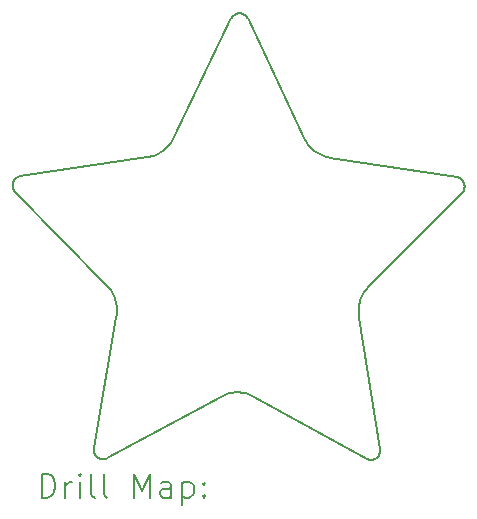
<source format=gbr>
%FSLAX45Y45*%
G04 Gerber Fmt 4.5, Leading zero omitted, Abs format (unit mm)*
G04 Created by KiCad (PCBNEW (6.0.4-0)) date 2022-05-03 21:37:51*
%MOMM*%
%LPD*%
G01*
G04 APERTURE LIST*
%TA.AperFunction,Profile*%
%ADD10C,0.200000*%
%TD*%
%ADD11C,0.200000*%
G04 APERTURE END LIST*
D10*
X12713854Y-5729777D02*
X12719262Y-5730387D01*
X12724575Y-5731381D01*
X12729776Y-5732749D01*
X12734848Y-5734479D01*
X12739776Y-5736562D01*
X12744543Y-5738986D01*
X12749133Y-5741740D01*
X12753528Y-5744815D01*
X12757713Y-5748199D01*
X12761670Y-5751882D01*
X12765384Y-5755853D01*
X12768837Y-5760101D01*
X12772014Y-5764615D01*
X12774898Y-5769385D01*
X12777472Y-5774400D01*
X13251706Y-6783138D01*
X13260220Y-6799916D01*
X13269647Y-6816011D01*
X13279948Y-6831392D01*
X13291082Y-6846029D01*
X13303010Y-6859892D01*
X13315692Y-6872951D01*
X13329088Y-6885174D01*
X13343158Y-6896533D01*
X13357862Y-6906997D01*
X13373160Y-6916535D01*
X13389012Y-6925117D01*
X13405379Y-6932713D01*
X13422220Y-6939293D01*
X13439496Y-6944826D01*
X13457167Y-6949283D01*
X13475192Y-6952632D01*
X14547586Y-7116876D01*
X14552983Y-7117906D01*
X14558247Y-7119316D01*
X14563364Y-7121091D01*
X14568318Y-7123220D01*
X14573096Y-7125689D01*
X14577681Y-7128485D01*
X14582059Y-7131595D01*
X14586216Y-7135007D01*
X14590137Y-7138706D01*
X14593806Y-7142680D01*
X14597209Y-7146916D01*
X14600331Y-7151400D01*
X14603157Y-7156121D01*
X14605673Y-7161064D01*
X14607863Y-7166216D01*
X14609713Y-7171565D01*
X14611193Y-7177038D01*
X14612286Y-7182556D01*
X14612997Y-7188101D01*
X14613331Y-7193652D01*
X14613293Y-7199190D01*
X14612887Y-7204696D01*
X14612119Y-7210150D01*
X14610993Y-7215532D01*
X14609513Y-7220823D01*
X14607686Y-7226002D01*
X14605514Y-7231052D01*
X14603004Y-7235951D01*
X14600160Y-7240680D01*
X14596986Y-7245220D01*
X14593488Y-7249551D01*
X14589671Y-7253654D01*
X13808519Y-8035977D01*
X13795718Y-8049606D01*
X13783823Y-8063921D01*
X13772850Y-8078875D01*
X13762815Y-8094416D01*
X13753734Y-8110499D01*
X13745621Y-8127072D01*
X13738494Y-8144088D01*
X13732366Y-8161498D01*
X13727254Y-8179253D01*
X13723173Y-8197304D01*
X13720140Y-8215603D01*
X13718168Y-8234101D01*
X13717275Y-8252749D01*
X13717476Y-8271498D01*
X13718786Y-8290299D01*
X13721220Y-8309105D01*
X13898225Y-9416956D01*
X13898929Y-9422595D01*
X13899244Y-9428221D01*
X13899178Y-9433817D01*
X13898738Y-9439363D01*
X13897932Y-9444841D01*
X13896766Y-9450232D01*
X13895249Y-9455518D01*
X13893388Y-9460679D01*
X13891190Y-9465697D01*
X13888663Y-9470553D01*
X13885815Y-9475229D01*
X13882652Y-9479706D01*
X13879182Y-9483965D01*
X13875413Y-9487987D01*
X13871352Y-9491754D01*
X13867006Y-9495248D01*
X13862435Y-9498415D01*
X13857702Y-9501216D01*
X13852829Y-9503649D01*
X13847835Y-9505712D01*
X13842738Y-9507404D01*
X13837560Y-9508725D01*
X13832318Y-9509671D01*
X13827032Y-9510243D01*
X13821723Y-9510438D01*
X13816408Y-9510255D01*
X13811109Y-9509693D01*
X13805844Y-9508750D01*
X13800632Y-9507425D01*
X13795494Y-9505716D01*
X13790449Y-9503623D01*
X13785515Y-9501143D01*
X13785515Y-9501143D01*
X13785515Y-9501143D01*
X13785515Y-9501143D01*
X13785515Y-9501143D01*
X13785515Y-9501143D01*
X13785515Y-9501143D01*
X13785516Y-9501143D01*
X12828503Y-8975908D01*
X12812077Y-8967553D01*
X12795299Y-8960305D01*
X12778217Y-8954166D01*
X12760880Y-8949134D01*
X12743340Y-8945210D01*
X12725644Y-8942395D01*
X12707843Y-8940687D01*
X12689987Y-8940089D01*
X12672123Y-8940598D01*
X12654303Y-8942217D01*
X12636576Y-8944944D01*
X12618991Y-8948780D01*
X12601598Y-8953725D01*
X12584446Y-8959779D01*
X12567585Y-8966943D01*
X12551064Y-8975215D01*
X11588064Y-9495661D01*
X11583103Y-9498116D01*
X11578033Y-9500185D01*
X11572876Y-9501867D01*
X11567649Y-9503166D01*
X11562373Y-9504083D01*
X11557068Y-9504618D01*
X11551752Y-9504775D01*
X11546444Y-9504553D01*
X11541166Y-9503955D01*
X11535935Y-9502983D01*
X11530771Y-9501637D01*
X11525694Y-9499919D01*
X11520724Y-9497831D01*
X11515879Y-9495374D01*
X11511179Y-9492550D01*
X11506643Y-9489360D01*
X11504455Y-9487637D01*
X11502338Y-9485845D01*
X11500293Y-9483984D01*
X11498320Y-9482057D01*
X11494597Y-9478016D01*
X11491176Y-9473740D01*
X11488065Y-9469248D01*
X11485269Y-9464558D01*
X11482798Y-9459689D01*
X11480658Y-9454660D01*
X11478856Y-9449490D01*
X11477400Y-9444197D01*
X11476296Y-9438801D01*
X11475552Y-9433319D01*
X11475175Y-9427770D01*
X11475173Y-9422174D01*
X11475553Y-9416550D01*
X11475888Y-9413732D01*
X11476322Y-9410914D01*
X11666007Y-8303978D01*
X11668657Y-8285185D01*
X11670182Y-8266390D01*
X11670597Y-8247643D01*
X11669917Y-8228991D01*
X11668158Y-8210484D01*
X11665334Y-8192171D01*
X11661460Y-8174100D01*
X11656552Y-8156320D01*
X11650624Y-8138880D01*
X11643691Y-8121828D01*
X11635769Y-8105215D01*
X11626872Y-8089088D01*
X11617015Y-8073497D01*
X11606214Y-8058489D01*
X11594483Y-8044115D01*
X11581838Y-8030422D01*
X10809667Y-7244224D01*
X10805897Y-7240103D01*
X10802449Y-7235754D01*
X10799327Y-7231198D01*
X10796537Y-7226455D01*
X10794083Y-7221543D01*
X10791969Y-7216483D01*
X10790201Y-7211295D01*
X10788782Y-7205997D01*
X10787717Y-7200609D01*
X10787011Y-7195152D01*
X10786669Y-7189644D01*
X10786694Y-7184106D01*
X10787092Y-7178556D01*
X10787867Y-7173015D01*
X10789023Y-7167503D01*
X10790565Y-7162038D01*
X10792476Y-7156698D01*
X10794725Y-7151556D01*
X10797298Y-7146626D01*
X10800178Y-7141920D01*
X10803351Y-7137451D01*
X10806802Y-7133232D01*
X10810517Y-7129277D01*
X10814480Y-7125597D01*
X10818676Y-7122207D01*
X10823090Y-7119119D01*
X10827707Y-7116346D01*
X10832512Y-7113900D01*
X10837491Y-7111796D01*
X10842628Y-7110046D01*
X10847908Y-7108663D01*
X10850597Y-7108114D01*
X10853317Y-7107660D01*
X11927561Y-6948771D01*
X11945624Y-6945512D01*
X11963345Y-6941144D01*
X11980684Y-6935697D01*
X11997600Y-6929201D01*
X12014053Y-6921687D01*
X12030004Y-6913184D01*
X12045410Y-6903722D01*
X12060234Y-6893333D01*
X12074433Y-6882044D01*
X12087968Y-6869888D01*
X12100799Y-6856893D01*
X12112886Y-6843090D01*
X12124187Y-6828509D01*
X12134664Y-6813180D01*
X12144275Y-6797132D01*
X12152981Y-6780397D01*
X12638752Y-5774054D01*
X12640029Y-5771523D01*
X12641384Y-5769052D01*
X12642816Y-5766643D01*
X12644322Y-5764296D01*
X12645901Y-5762014D01*
X12647551Y-5759798D01*
X12649268Y-5757649D01*
X12651053Y-5755568D01*
X12652901Y-5753556D01*
X12654812Y-5751616D01*
X12656782Y-5749747D01*
X12658811Y-5747953D01*
X12660896Y-5746233D01*
X12663034Y-5744590D01*
X12665225Y-5743024D01*
X12667465Y-5741537D01*
X12669752Y-5740130D01*
X12672085Y-5738805D01*
X12674462Y-5737563D01*
X12676880Y-5736405D01*
X12679337Y-5735332D01*
X12681832Y-5734347D01*
X12684361Y-5733449D01*
X12686924Y-5732642D01*
X12689518Y-5731925D01*
X12692141Y-5731300D01*
X12694790Y-5730769D01*
X12697464Y-5730333D01*
X12700161Y-5729992D01*
X12702879Y-5729750D01*
X12705615Y-5729606D01*
X12708368Y-5729562D01*
X12713854Y-5729777D01*
D11*
X11034288Y-9830914D02*
X11034288Y-9630914D01*
X11081907Y-9630914D01*
X11110478Y-9640438D01*
X11129526Y-9659485D01*
X11139050Y-9678533D01*
X11148574Y-9716628D01*
X11148574Y-9745200D01*
X11139050Y-9783295D01*
X11129526Y-9802342D01*
X11110478Y-9821390D01*
X11081907Y-9830914D01*
X11034288Y-9830914D01*
X11234288Y-9830914D02*
X11234288Y-9697581D01*
X11234288Y-9735676D02*
X11243812Y-9716628D01*
X11253335Y-9707104D01*
X11272383Y-9697581D01*
X11291431Y-9697581D01*
X11358097Y-9830914D02*
X11358097Y-9697581D01*
X11358097Y-9630914D02*
X11348573Y-9640438D01*
X11358097Y-9649962D01*
X11367621Y-9640438D01*
X11358097Y-9630914D01*
X11358097Y-9649962D01*
X11481907Y-9830914D02*
X11462859Y-9821390D01*
X11453335Y-9802342D01*
X11453335Y-9630914D01*
X11586669Y-9830914D02*
X11567621Y-9821390D01*
X11558097Y-9802342D01*
X11558097Y-9630914D01*
X11815240Y-9830914D02*
X11815240Y-9630914D01*
X11881907Y-9773771D01*
X11948573Y-9630914D01*
X11948573Y-9830914D01*
X12129526Y-9830914D02*
X12129526Y-9726152D01*
X12120002Y-9707104D01*
X12100954Y-9697581D01*
X12062859Y-9697581D01*
X12043812Y-9707104D01*
X12129526Y-9821390D02*
X12110478Y-9830914D01*
X12062859Y-9830914D01*
X12043812Y-9821390D01*
X12034288Y-9802342D01*
X12034288Y-9783295D01*
X12043812Y-9764247D01*
X12062859Y-9754723D01*
X12110478Y-9754723D01*
X12129526Y-9745200D01*
X12224764Y-9697581D02*
X12224764Y-9897581D01*
X12224764Y-9707104D02*
X12243812Y-9697581D01*
X12281907Y-9697581D01*
X12300954Y-9707104D01*
X12310478Y-9716628D01*
X12320002Y-9735676D01*
X12320002Y-9792819D01*
X12310478Y-9811866D01*
X12300954Y-9821390D01*
X12281907Y-9830914D01*
X12243812Y-9830914D01*
X12224764Y-9821390D01*
X12405716Y-9811866D02*
X12415240Y-9821390D01*
X12405716Y-9830914D01*
X12396193Y-9821390D01*
X12405716Y-9811866D01*
X12405716Y-9830914D01*
X12405716Y-9707104D02*
X12415240Y-9716628D01*
X12405716Y-9726152D01*
X12396193Y-9716628D01*
X12405716Y-9707104D01*
X12405716Y-9726152D01*
M02*

</source>
